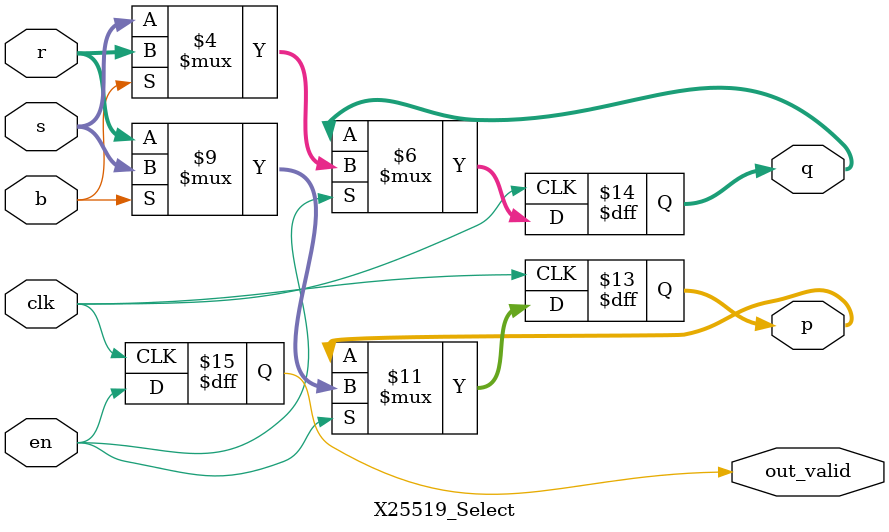
<source format=sv>
`timescale 1ns/1ps
`default_nettype none
/***********************************************************************************************************************
*                                                                                                                      *
* ANTIKERNEL                                                                                                           *
*                                                                                                                      *
* Copyright (c) 2012-2025 Andrew D. Zonenberg                                                                          *
* All rights reserved.                                                                                                 *
*                                                                                                                      *
* Redistribution and use in source and binary forms, with or without modification, are permitted provided that the     *
* following conditions are met:                                                                                        *
*                                                                                                                      *
*    * Redistributions of source code must retain the above copyright notice, this list of conditions, and the         *
*      following disclaimer.                                                                                           *
*                                                                                                                      *
*    * Redistributions in binary form must reproduce the above copyright notice, this list of conditions and the       *
*      following disclaimer in the documentation and/or other materials provided with the distribution.                *
*                                                                                                                      *
*    * Neither the name of the author nor the names of any contributors may be used to endorse or promote products     *
*      derived from this software without specific prior written permission.                                           *
*                                                                                                                      *
* THIS SOFTWARE IS PROVIDED BY THE AUTHORS "AS IS" AND ANY EXPRESS OR IMPLIED WARRANTIES, INCLUDING, BUT NOT LIMITED   *
* TO, THE IMPLIED WARRANTIES OF MERCHANTABILITY AND FITNESS FOR A PARTICULAR PURPOSE ARE DISCLAIMED. IN NO EVENT SHALL *
* THE AUTHORS BE HELD LIABLE FOR ANY DIRECT, INDIRECT, INCIDENTAL, SPECIAL, EXEMPLARY, OR CONSEQUENTIAL DAMAGES        *
* (INCLUDING, BUT NOT LIMITED TO, PROCUREMENT OF SUBSTITUTE GOODS OR SERVICES; LOSS OF USE, DATA, OR PROFITS; OR       *
* BUSINESS INTERRUPTION) HOWEVER CAUSED AND ON ANY THEORY OF LIABILITY, WHETHER IN CONTRACT, STRICT LIABILITY, OR TORT *
* (INCLUDING NEGLIGENCE OR OTHERWISE) ARISING IN ANY WAY OUT OF THE USE OF THIS SOFTWARE, EVEN IF ADVISED OF THE       *
* POSSIBILITY OF SUCH DAMAGE.                                                                                          *
*                                                                                                                      *
***********************************************************************************************************************/

/**
	@file
	@author Andrew D. Zonenberg
	@brief X25519 muxing

	Derived from Select() in NaCl crypto_scalarmult/curve25519/ref/smult.c (public domain)
 */
module X25519_Select(
	input wire			clk,
	input wire			en,
	input wire			b,
	input wire[255:0]	r,
	input wire[255:0]	s,
	output logic[255:0]	p `ifdef XILINX = 0 `endif,
	output logic[255:0]	q `ifdef XILINX = 0 `endif,
	output logic		out_valid `ifdef XILINX = 0 `endif
	);

	//output initialization for efinix toolchain compatibility
	`ifndef XILINX
	initial begin
		p = 0;
		q = 0;
		out_valid = 0;
	end
	`endif

	////////////////////////////////////////////////////////////////////////////////////////////////////////////////////
	// Copy input to output, optionally swapping

	always_ff @(posedge clk) begin

		out_valid	<= en;

		if(en) begin

			if(b) begin
				p <= s;
				q <= r;
			end

			else begin
				p <= r;
				q <= s;
			end

		end

	end

endmodule

</source>
